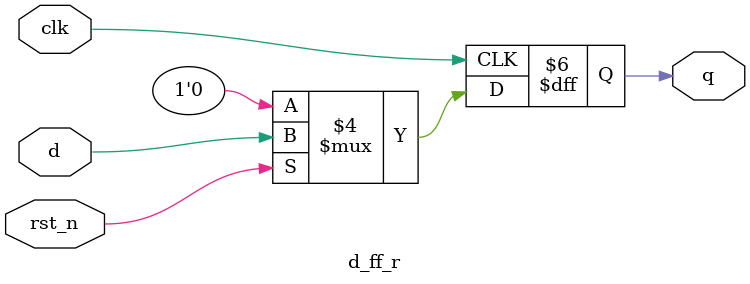
<source format=v>
module d_ff_r(
    input clk,rst_n,d,
    output reg q);
    always@(posedge clk)
    begin
        if(rst_n==0)
        q <= 1'b0;
        else
        q <= d;
    end
endmodule
</source>
